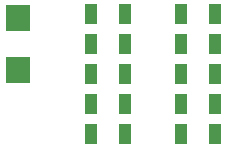
<source format=gtp>
G04*
G04 #@! TF.GenerationSoftware,Altium Limited,Altium Designer,18.1.7 (191)*
G04*
G04 Layer_Color=8421504*
%FSLAX25Y25*%
%MOIN*%
G70*
G01*
G75*
%ADD16R,0.04134X0.06890*%
%ADD17R,0.08465X0.08661*%
D16*
X-115709Y-90000D02*
D03*
X-104291D02*
D03*
X-74291D02*
D03*
X-85709D02*
D03*
Y-80000D02*
D03*
X-74291D02*
D03*
X-85709Y-70000D02*
D03*
X-74291D02*
D03*
X-85709Y-60000D02*
D03*
X-74291D02*
D03*
X-85709Y-50000D02*
D03*
X-74291D02*
D03*
X-104291Y-80000D02*
D03*
X-115709D02*
D03*
X-104291Y-70000D02*
D03*
X-115709D02*
D03*
X-104291Y-60000D02*
D03*
X-115709D02*
D03*
Y-50000D02*
D03*
X-104291D02*
D03*
D17*
X-140000Y-51339D02*
D03*
Y-68661D02*
D03*
M02*

</source>
